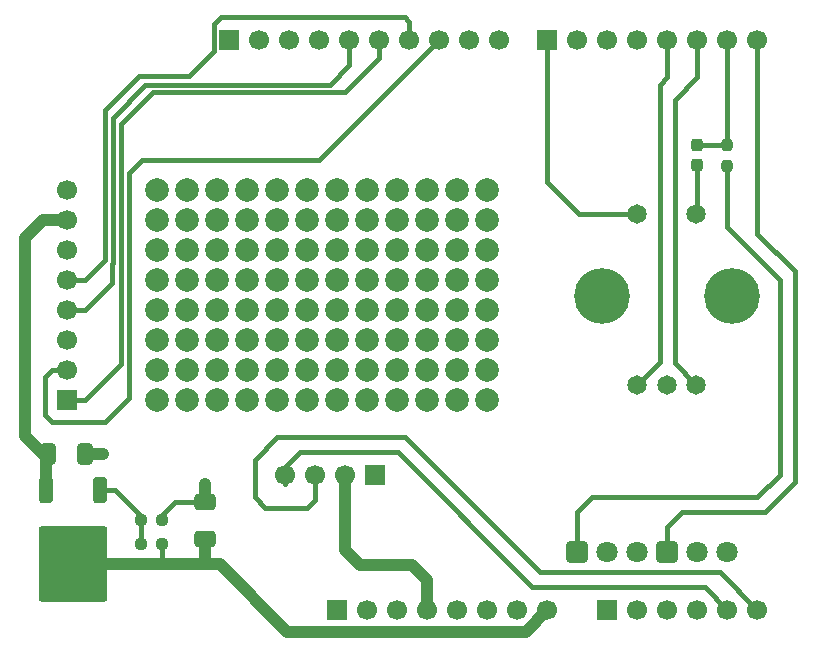
<source format=gbr>
%TF.GenerationSoftware,KiCad,Pcbnew,9.0.6*%
%TF.CreationDate,2025-10-31T21:19:26+09:00*%
%TF.ProjectId,LogAttSheild,4c6f6741-7474-4536-9865-696c642e6b69,rev?*%
%TF.SameCoordinates,Original*%
%TF.FileFunction,Copper,L1,Top*%
%TF.FilePolarity,Positive*%
%FSLAX46Y46*%
G04 Gerber Fmt 4.6, Leading zero omitted, Abs format (unit mm)*
G04 Created by KiCad (PCBNEW 9.0.6) date 2025-10-31 21:19:26*
%MOMM*%
%LPD*%
G01*
G04 APERTURE LIST*
G04 Aperture macros list*
%AMRoundRect*
0 Rectangle with rounded corners*
0 $1 Rounding radius*
0 $2 $3 $4 $5 $6 $7 $8 $9 X,Y pos of 4 corners*
0 Add a 4 corners polygon primitive as box body*
4,1,4,$2,$3,$4,$5,$6,$7,$8,$9,$2,$3,0*
0 Add four circle primitives for the rounded corners*
1,1,$1+$1,$2,$3*
1,1,$1+$1,$4,$5*
1,1,$1+$1,$6,$7*
1,1,$1+$1,$8,$9*
0 Add four rect primitives between the rounded corners*
20,1,$1+$1,$2,$3,$4,$5,0*
20,1,$1+$1,$4,$5,$6,$7,0*
20,1,$1+$1,$6,$7,$8,$9,0*
20,1,$1+$1,$8,$9,$2,$3,0*%
G04 Aperture macros list end*
%TA.AperFunction,SMDPad,CuDef*%
%ADD10RoundRect,0.237500X-0.250000X-0.237500X0.250000X-0.237500X0.250000X0.237500X-0.250000X0.237500X0*%
%TD*%
%TA.AperFunction,SMDPad,CuDef*%
%ADD11RoundRect,0.237500X0.250000X0.237500X-0.250000X0.237500X-0.250000X-0.237500X0.250000X-0.237500X0*%
%TD*%
%TA.AperFunction,SMDPad,CuDef*%
%ADD12RoundRect,0.250000X0.650000X-0.412500X0.650000X0.412500X-0.650000X0.412500X-0.650000X-0.412500X0*%
%TD*%
%TA.AperFunction,SMDPad,CuDef*%
%ADD13RoundRect,0.250000X-0.412500X-0.650000X0.412500X-0.650000X0.412500X0.650000X-0.412500X0.650000X0*%
%TD*%
%TA.AperFunction,ComponentPad*%
%ADD14C,1.700000*%
%TD*%
%TA.AperFunction,ComponentPad*%
%ADD15R,1.700000X1.700000*%
%TD*%
%TA.AperFunction,SMDPad,CuDef*%
%ADD16RoundRect,0.250000X-0.350000X0.850000X-0.350000X-0.850000X0.350000X-0.850000X0.350000X0.850000X0*%
%TD*%
%TA.AperFunction,SMDPad,CuDef*%
%ADD17RoundRect,0.249997X-2.650003X2.950003X-2.650003X-2.950003X2.650003X-2.950003X2.650003X2.950003X0*%
%TD*%
%TA.AperFunction,ComponentPad*%
%ADD18C,2.000000*%
%TD*%
%TA.AperFunction,ComponentPad*%
%ADD19RoundRect,0.248400X-0.651600X-0.651600X0.651600X-0.651600X0.651600X0.651600X-0.651600X0.651600X0*%
%TD*%
%TA.AperFunction,ComponentPad*%
%ADD20C,1.800000*%
%TD*%
%TA.AperFunction,SMDPad,CuDef*%
%ADD21RoundRect,0.237500X-0.237500X0.300000X-0.237500X-0.300000X0.237500X-0.300000X0.237500X0.300000X0*%
%TD*%
%TA.AperFunction,SMDPad,CuDef*%
%ADD22RoundRect,0.237500X0.237500X-0.250000X0.237500X0.250000X-0.237500X0.250000X-0.237500X-0.250000X0*%
%TD*%
%TA.AperFunction,ComponentPad*%
%ADD23C,1.650000*%
%TD*%
%TA.AperFunction,ComponentPad*%
%ADD24C,4.708000*%
%TD*%
%TA.AperFunction,ViaPad*%
%ADD25C,0.800000*%
%TD*%
%TA.AperFunction,Conductor*%
%ADD26C,0.400000*%
%TD*%
%TA.AperFunction,Conductor*%
%ADD27C,1.000000*%
%TD*%
G04 APERTURE END LIST*
D10*
%TO.P,R3,1*%
%TO.N,Net-(U4-ADJ)*%
X111279500Y-91872000D03*
%TO.P,R3,2*%
%TO.N,/Vin*%
X113104500Y-91872000D03*
%TD*%
D11*
%TO.P,R2,1*%
%TO.N,GND*%
X113104500Y-89840000D03*
%TO.P,R2,2*%
%TO.N,Net-(U4-ADJ)*%
X111279500Y-89840000D03*
%TD*%
D12*
%TO.P,C3,1*%
%TO.N,/Vin*%
X116764000Y-91441000D03*
%TO.P,C3,2*%
%TO.N,GND*%
X116764000Y-88316000D03*
%TD*%
D13*
%TO.P,C2,2*%
%TO.N,GND*%
X106604000Y-84252000D03*
%TO.P,C2,1*%
%TO.N,/VCOIL*%
X103479000Y-84252000D03*
%TD*%
D14*
%TO.P,J5,8,Pin_8*%
%TO.N,unconnected-(J5-Pin_8-Pad8)*%
X105080000Y-61899999D03*
%TO.P,J5,7,Pin_7*%
%TO.N,/VCOIL*%
X105080000Y-64440000D03*
%TO.P,J5,6,Pin_6*%
%TO.N,+5V*%
X105080000Y-66980000D03*
%TO.P,J5,5,Pin_5*%
%TO.N,/COPI*%
X105080000Y-69520000D03*
%TO.P,J5,4,Pin_4*%
%TO.N,/13*%
X105080000Y-72060000D03*
%TO.P,J5,3,Pin_3*%
%TO.N,GND*%
X105080000Y-74600001D03*
%TO.P,J5,2,Pin_2*%
%TO.N,/SS*%
X105080000Y-77140000D03*
D15*
%TO.P,J5,1,Pin_1*%
%TO.N,/12*%
X105080000Y-79680000D03*
%TD*%
D16*
%TO.P,U4,1,ADJ*%
%TO.N,Net-(U4-ADJ)*%
X107867000Y-87300000D03*
D17*
%TO.P,U4,2,VO*%
%TO.N,/Vin*%
X105587000Y-93600001D03*
D16*
%TO.P,U4,3,VI*%
%TO.N,/VCOIL*%
X103307000Y-87300000D03*
%TD*%
D18*
%TO.P,REF\u002A\u002A,16*%
%TO.N,N/C*%
X140640000Y-79680000D03*
%TO.P,REF\u002A\u002A,15*%
X138100000Y-79680000D03*
%TO.P,REF\u002A\u002A,14*%
X135560000Y-79680000D03*
%TO.P,REF\u002A\u002A,13*%
X133020000Y-79680000D03*
%TO.P,REF\u002A\u002A,12*%
X140640000Y-77140000D03*
%TO.P,REF\u002A\u002A,11*%
X138100000Y-77140000D03*
%TO.P,REF\u002A\u002A,10*%
X135560000Y-77140000D03*
%TO.P,REF\u002A\u002A,9*%
X133020000Y-77140000D03*
%TO.P,REF\u002A\u002A,8*%
X140640000Y-74600000D03*
%TO.P,REF\u002A\u002A,7*%
X138100000Y-74600000D03*
%TO.P,REF\u002A\u002A,6*%
X135560000Y-74600000D03*
%TO.P,REF\u002A\u002A,5*%
X133020000Y-74600000D03*
%TO.P,REF\u002A\u002A,4*%
X140640000Y-72060000D03*
%TO.P,REF\u002A\u002A,3*%
X138100000Y-72060000D03*
%TO.P,REF\u002A\u002A,2*%
X135560000Y-72060000D03*
%TO.P,REF\u002A\u002A,1*%
X133020000Y-72060000D03*
%TD*%
%TO.P,REF\u002A\u002A,16*%
%TO.N,N/C*%
X140640000Y-69520000D03*
%TO.P,REF\u002A\u002A,15*%
X138100000Y-69520000D03*
%TO.P,REF\u002A\u002A,14*%
X135560000Y-69520000D03*
%TO.P,REF\u002A\u002A,13*%
X133020000Y-69520000D03*
%TO.P,REF\u002A\u002A,12*%
X140640000Y-66980000D03*
%TO.P,REF\u002A\u002A,11*%
X138100000Y-66980000D03*
%TO.P,REF\u002A\u002A,10*%
X135560000Y-66980000D03*
%TO.P,REF\u002A\u002A,9*%
X133020000Y-66980000D03*
%TO.P,REF\u002A\u002A,8*%
X140640000Y-64440000D03*
%TO.P,REF\u002A\u002A,7*%
X138100000Y-64440000D03*
%TO.P,REF\u002A\u002A,6*%
X135560000Y-64440000D03*
%TO.P,REF\u002A\u002A,5*%
X133020000Y-64440000D03*
%TO.P,REF\u002A\u002A,4*%
X140640000Y-61900000D03*
%TO.P,REF\u002A\u002A,3*%
X138100000Y-61900000D03*
%TO.P,REF\u002A\u002A,2*%
X135560000Y-61900000D03*
%TO.P,REF\u002A\u002A,1*%
X133020000Y-61900000D03*
%TD*%
%TO.P,REF\u002A\u002A,16*%
%TO.N,N/C*%
X130480000Y-79680000D03*
%TO.P,REF\u002A\u002A,15*%
X127940000Y-79680000D03*
%TO.P,REF\u002A\u002A,14*%
X125400000Y-79680000D03*
%TO.P,REF\u002A\u002A,13*%
X122860000Y-79680000D03*
%TO.P,REF\u002A\u002A,12*%
X130480000Y-77140000D03*
%TO.P,REF\u002A\u002A,11*%
X127940000Y-77140000D03*
%TO.P,REF\u002A\u002A,10*%
X125400000Y-77140000D03*
%TO.P,REF\u002A\u002A,9*%
X122860000Y-77140000D03*
%TO.P,REF\u002A\u002A,8*%
X130480000Y-74600000D03*
%TO.P,REF\u002A\u002A,7*%
X127940000Y-74600000D03*
%TO.P,REF\u002A\u002A,6*%
X125400000Y-74600000D03*
%TO.P,REF\u002A\u002A,5*%
X122860000Y-74600000D03*
%TO.P,REF\u002A\u002A,4*%
X130480000Y-72060000D03*
%TO.P,REF\u002A\u002A,3*%
X127940000Y-72060000D03*
%TO.P,REF\u002A\u002A,2*%
X125400000Y-72060000D03*
%TO.P,REF\u002A\u002A,1*%
X122860000Y-72060000D03*
%TD*%
%TO.P,REF\u002A\u002A,16*%
%TO.N,N/C*%
X130480000Y-69520000D03*
%TO.P,REF\u002A\u002A,15*%
X127940000Y-69520000D03*
%TO.P,REF\u002A\u002A,14*%
X125400000Y-69520000D03*
%TO.P,REF\u002A\u002A,13*%
X122860000Y-69520000D03*
%TO.P,REF\u002A\u002A,12*%
X130480000Y-66980000D03*
%TO.P,REF\u002A\u002A,11*%
X127940000Y-66980000D03*
%TO.P,REF\u002A\u002A,10*%
X125400000Y-66980000D03*
%TO.P,REF\u002A\u002A,9*%
X122860000Y-66980000D03*
%TO.P,REF\u002A\u002A,8*%
X130480000Y-64440000D03*
%TO.P,REF\u002A\u002A,7*%
X127940000Y-64440000D03*
%TO.P,REF\u002A\u002A,6*%
X125400000Y-64440000D03*
%TO.P,REF\u002A\u002A,5*%
X122860000Y-64440000D03*
%TO.P,REF\u002A\u002A,4*%
X130480000Y-61900000D03*
%TO.P,REF\u002A\u002A,3*%
X127940000Y-61900000D03*
%TO.P,REF\u002A\u002A,2*%
X125400000Y-61900000D03*
%TO.P,REF\u002A\u002A,1*%
X122860000Y-61900000D03*
%TD*%
%TO.P,REF\u002A\u002A,16*%
%TO.N,N/C*%
X120320000Y-79680000D03*
%TO.P,REF\u002A\u002A,15*%
X117780000Y-79680000D03*
%TO.P,REF\u002A\u002A,14*%
X115240000Y-79680000D03*
%TO.P,REF\u002A\u002A,13*%
X112700000Y-79680000D03*
%TO.P,REF\u002A\u002A,12*%
X120320000Y-77140000D03*
%TO.P,REF\u002A\u002A,11*%
X117780000Y-77140000D03*
%TO.P,REF\u002A\u002A,10*%
X115240000Y-77140000D03*
%TO.P,REF\u002A\u002A,9*%
X112700000Y-77140000D03*
%TO.P,REF\u002A\u002A,8*%
X120320000Y-74600000D03*
%TO.P,REF\u002A\u002A,7*%
X117780000Y-74600000D03*
%TO.P,REF\u002A\u002A,6*%
X115240000Y-74600000D03*
%TO.P,REF\u002A\u002A,5*%
X112700000Y-74600000D03*
%TO.P,REF\u002A\u002A,4*%
X120320000Y-72060000D03*
%TO.P,REF\u002A\u002A,3*%
X117780000Y-72060000D03*
%TO.P,REF\u002A\u002A,2*%
X115240000Y-72060000D03*
%TO.P,REF\u002A\u002A,1*%
X112700000Y-72060000D03*
%TD*%
%TO.P,REF\u002A\u002A,16*%
%TO.N,N/C*%
X120320000Y-69520000D03*
%TO.P,REF\u002A\u002A,15*%
X117780000Y-69520000D03*
%TO.P,REF\u002A\u002A,14*%
X115240000Y-69520000D03*
%TO.P,REF\u002A\u002A,13*%
X112700000Y-69520000D03*
%TO.P,REF\u002A\u002A,12*%
X120320000Y-66980000D03*
%TO.P,REF\u002A\u002A,11*%
X117780000Y-66980000D03*
%TO.P,REF\u002A\u002A,10*%
X115240000Y-66980000D03*
%TO.P,REF\u002A\u002A,9*%
X112700000Y-66980000D03*
%TO.P,REF\u002A\u002A,8*%
X120320000Y-64440000D03*
%TO.P,REF\u002A\u002A,7*%
X117780000Y-64440000D03*
%TO.P,REF\u002A\u002A,6*%
X115240000Y-64440000D03*
%TO.P,REF\u002A\u002A,5*%
X112700000Y-64440000D03*
%TO.P,REF\u002A\u002A,4*%
X120320000Y-61900000D03*
%TO.P,REF\u002A\u002A,3*%
X117780000Y-61900000D03*
%TO.P,REF\u002A\u002A,2*%
X115240000Y-61900000D03*
%TO.P,REF\u002A\u002A,1*%
X112700000Y-61900000D03*
%TD*%
D14*
%TO.P,U3,4,Pin_4*%
%TO.N,/A4*%
X123505000Y-86030000D03*
%TO.P,U3,3,Pin_3*%
%TO.N,/A5*%
X126045000Y-86030000D03*
%TO.P,U3,2,Pin_2*%
%TO.N,+3.3V*%
X128585000Y-86030000D03*
D15*
%TO.P,U3,1,Pin_1*%
%TO.N,GND*%
X131125000Y-86030000D03*
%TD*%
%TO.P,J3,1,Pin_1*%
%TO.N,/A0*%
X150800000Y-97460000D03*
D14*
%TO.P,J3,2,Pin_2*%
%TO.N,/A1*%
X153340000Y-97460000D03*
%TO.P,J3,3,Pin_3*%
%TO.N,/A2*%
X155880000Y-97460000D03*
%TO.P,J3,4,Pin_4*%
%TO.N,/A3*%
X158420000Y-97460000D03*
%TO.P,J3,5,Pin_5*%
%TO.N,/A4*%
X160960000Y-97460000D03*
%TO.P,J3,6,Pin_6*%
%TO.N,/A5*%
X163500000Y-97460000D03*
%TD*%
D19*
%TO.P,U2,1,OUT*%
%TO.N,Net-(U2-OUT)*%
X148260000Y-92537500D03*
D20*
%TO.P,U2,2,GND*%
%TO.N,GND*%
X150800000Y-92537500D03*
%TO.P,U2,3,Vs*%
%TO.N,+5V*%
X153340000Y-92537500D03*
%TD*%
D19*
%TO.P,U1,1,OUT*%
%TO.N,/0*%
X155880000Y-92537500D03*
D20*
%TO.P,U1,2,GND*%
%TO.N,GND*%
X158420000Y-92537500D03*
%TO.P,U1,3,Vs*%
%TO.N,+5V*%
X160960000Y-92537500D03*
%TD*%
D15*
%TO.P,J1,1,Pin_1*%
%TO.N,unconnected-(J1-Pin_1-Pad1)*%
X127940000Y-97460000D03*
D14*
%TO.P,J1,2,Pin_2*%
%TO.N,/IOREF*%
X130480000Y-97460000D03*
%TO.P,J1,3,Pin_3*%
%TO.N,/~{RESET}*%
X133020000Y-97460000D03*
%TO.P,J1,4,Pin_4*%
%TO.N,+3.3V*%
X135560000Y-97460000D03*
%TO.P,J1,5,Pin_5*%
%TO.N,+5V*%
X138100000Y-97460000D03*
%TO.P,J1,6,Pin_6*%
%TO.N,GND*%
X140640000Y-97460000D03*
%TO.P,J1,7,Pin_7*%
X143180000Y-97460000D03*
%TO.P,J1,8,Pin_8*%
%TO.N,/Vin*%
X145720000Y-97460000D03*
%TD*%
D15*
%TO.P,J2,1,Pin_1*%
%TO.N,/SCL*%
X118796000Y-49200000D03*
D14*
%TO.P,J2,2,Pin_2*%
%TO.N,/SDA*%
X121336000Y-49200000D03*
%TO.P,J2,3,Pin_3*%
%TO.N,/AREF*%
X123876000Y-49200000D03*
%TO.P,J2,4,Pin_4*%
%TO.N,GND*%
X126416000Y-49200000D03*
%TO.P,J2,5,Pin_5*%
%TO.N,/13*%
X128956000Y-49200000D03*
%TO.P,J2,6,Pin_6*%
%TO.N,/12*%
X131496000Y-49200000D03*
%TO.P,J2,7,Pin_7*%
%TO.N,/COPI*%
X134036000Y-49200000D03*
%TO.P,J2,8,Pin_8*%
%TO.N,/SS*%
X136576000Y-49200000D03*
%TO.P,J2,9,Pin_9*%
%TO.N,/~9*%
X139116000Y-49200000D03*
%TO.P,J2,10,Pin_10*%
%TO.N,/8*%
X141656000Y-49200000D03*
%TD*%
D15*
%TO.P,J4,1,Pin_1*%
%TO.N,/7*%
X145720000Y-49200000D03*
D14*
%TO.P,J4,2,Pin_2*%
%TO.N,/\u002A6*%
X148260000Y-49200000D03*
%TO.P,J4,3,Pin_3*%
%TO.N,/\u002A5*%
X150800000Y-49200000D03*
%TO.P,J4,4,Pin_4*%
%TO.N,/4*%
X153340000Y-49200000D03*
%TO.P,J4,5,Pin_5*%
%TO.N,/\u002A3*%
X155880000Y-49200000D03*
%TO.P,J4,6,Pin_6*%
%TO.N,/2*%
X158420000Y-49200000D03*
%TO.P,J4,7,Pin_7*%
%TO.N,/1*%
X160960000Y-49200000D03*
%TO.P,J4,8,Pin_8*%
%TO.N,/0*%
X163500000Y-49200000D03*
%TD*%
D21*
%TO.P,C1,1*%
%TO.N,/1*%
X158420000Y-58090001D03*
%TO.P,C1,2*%
%TO.N,GND*%
X158420000Y-59815001D03*
%TD*%
D22*
%TO.P,R1,1*%
%TO.N,Net-(U2-OUT)*%
X160960000Y-59915000D03*
%TO.P,R1,2*%
%TO.N,/1*%
X160960000Y-58090000D03*
%TD*%
D23*
%TO.P,SW1,A1,A*%
%TO.N,/\u002A3*%
X153340000Y-78410000D03*
%TO.P,SW1,B1,B*%
%TO.N,/2*%
X158340000Y-78410000D03*
%TO.P,SW1,C1,C*%
%TO.N,GND*%
X155840000Y-78410000D03*
%TO.P,SW1,D1,S1*%
%TO.N,/7*%
X153340000Y-63910000D03*
%TO.P,SW1,D2,S2*%
%TO.N,GND*%
X158340000Y-63910000D03*
D24*
%TO.P,SW1,MH1*%
%TO.N,N/C*%
X150340000Y-70910000D03*
%TO.P,SW1,MH2*%
X161340000Y-70910000D03*
%TD*%
D25*
%TO.N,GND*%
X108128000Y-84252000D03*
X116764000Y-86792000D03*
%TD*%
D26*
%TO.N,/COPI*%
X106604000Y-69520000D02*
X105080000Y-69520000D01*
X108255000Y-67869000D02*
X106604000Y-69520000D01*
X108255000Y-55169000D02*
X108255000Y-67869000D01*
X111176000Y-52248000D02*
X108255000Y-55169000D01*
X115367000Y-52248000D02*
X111176000Y-52248000D01*
X133655000Y-47295000D02*
X118099000Y-47295000D01*
X118099000Y-47295000D02*
X117495000Y-47899000D01*
X134036000Y-47676000D02*
X133655000Y-47295000D01*
X134036000Y-49200000D02*
X134036000Y-47676000D01*
X117495000Y-47899000D02*
X117495000Y-50120000D01*
X117495000Y-50120000D02*
X115367000Y-52248000D01*
%TO.N,/13*%
X106604000Y-72060000D02*
X105080000Y-72060000D01*
X108890000Y-68154654D02*
X108890000Y-69774000D01*
X111684000Y-53010000D02*
X108906000Y-55788000D01*
X127305000Y-53010000D02*
X111684000Y-53010000D01*
X108906000Y-68138653D02*
X108890000Y-68154654D01*
X108890000Y-69774000D02*
X106604000Y-72060000D01*
X128956000Y-51359000D02*
X127305000Y-53010000D01*
X108906000Y-55788000D02*
X108906000Y-68138653D01*
X128956000Y-49200000D02*
X128956000Y-51359000D01*
%TO.N,/SS*%
X103810000Y-77140000D02*
X105080000Y-77140000D01*
X103175000Y-77775000D02*
X103810000Y-77140000D01*
X108255000Y-81585000D02*
X103810000Y-81585000D01*
X110303000Y-79537000D02*
X108255000Y-81585000D01*
X110303000Y-60487000D02*
X110303000Y-79537000D01*
X111430000Y-59360000D02*
X110303000Y-60487000D01*
X126416000Y-59360000D02*
X111430000Y-59360000D01*
X103175000Y-80950000D02*
X103175000Y-77775000D01*
X136576000Y-49200000D02*
X126416000Y-59360000D01*
X103810000Y-81585000D02*
X103175000Y-80950000D01*
%TO.N,/12*%
X131496000Y-50724000D02*
X131496000Y-49200000D01*
X128575000Y-53645000D02*
X131496000Y-50724000D01*
X112303000Y-53661000D02*
X127574654Y-53661000D01*
X106604000Y-79680000D02*
X109652000Y-76632000D01*
X127574654Y-53661000D02*
X127590653Y-53645000D01*
X127590653Y-53645000D02*
X128575000Y-53645000D01*
X109652000Y-56312000D02*
X112303000Y-53661000D01*
X109652000Y-76632000D02*
X109652000Y-56312000D01*
X105080000Y-79680000D02*
X106604000Y-79680000D01*
D27*
%TO.N,GND*%
X116764000Y-88316000D02*
X116764000Y-86792000D01*
X108128000Y-84252000D02*
X106604000Y-84252000D01*
%TO.N,/VCOIL*%
X103307000Y-84424000D02*
X103307000Y-87300000D01*
X103479000Y-84252000D02*
X103307000Y-84424000D01*
X101524000Y-65964000D02*
X101524000Y-82728000D01*
X101524000Y-82728000D02*
X103048000Y-84252000D01*
X103048000Y-64440000D02*
X101524000Y-65964000D01*
X103048000Y-84252000D02*
X103479000Y-84252000D01*
X105080000Y-64440000D02*
X103048000Y-64440000D01*
D26*
%TO.N,Net-(U4-ADJ)*%
X111279500Y-89840000D02*
X111279500Y-91872000D01*
%TO.N,/Vin*%
X113104500Y-91872000D02*
X113104500Y-93496501D01*
D27*
X113208000Y-93600001D02*
X116764000Y-93600001D01*
D26*
X113104500Y-93496501D02*
X113208000Y-93600001D01*
%TO.N,Net-(U4-ADJ)*%
X111176000Y-89736500D02*
X111279500Y-89840000D01*
X111176000Y-89332000D02*
X111176000Y-89736500D01*
%TO.N,GND*%
X114224000Y-88316000D02*
X116764000Y-88316000D01*
%TO.N,Net-(U4-ADJ)*%
X107867000Y-87300000D02*
X109144000Y-87300000D01*
%TO.N,GND*%
X113104500Y-89840000D02*
X113001000Y-89736500D01*
%TO.N,Net-(U4-ADJ)*%
X109144000Y-87300000D02*
X111176000Y-89332000D01*
%TO.N,GND*%
X113001000Y-89736500D02*
X113001000Y-89539000D01*
X113001000Y-89539000D02*
X114224000Y-88316000D01*
%TO.N,/A5*%
X126045000Y-88179000D02*
X126045000Y-86810000D01*
X125400000Y-88824000D02*
X126045000Y-88179000D01*
X121844000Y-88824000D02*
X125400000Y-88824000D01*
X120955000Y-87935000D02*
X121844000Y-88824000D01*
X133655000Y-82855000D02*
X122860000Y-82855000D01*
X120955000Y-84760000D02*
X120955000Y-87935000D01*
X160325000Y-94285000D02*
X145085000Y-94285000D01*
X122860000Y-82855000D02*
X120955000Y-84760000D01*
X163500000Y-97460000D02*
X160325000Y-94285000D01*
X145085000Y-94285000D02*
X133655000Y-82855000D01*
D27*
%TO.N,/Vin*%
X116764000Y-91441000D02*
X116764000Y-93600001D01*
X116764000Y-93600001D02*
X117984001Y-93600001D01*
X143881000Y-99299000D02*
X145720000Y-97460000D01*
X117984001Y-93600001D02*
X123683000Y-99299000D01*
X105587000Y-93600001D02*
X113208000Y-93600001D01*
X123683000Y-99299000D02*
X143881000Y-99299000D01*
D26*
%TO.N,/2*%
X156515000Y-76585000D02*
X158340000Y-78410000D01*
X156515000Y-54280000D02*
X156515000Y-76585000D01*
X158420000Y-49200000D02*
X158420000Y-52375000D01*
X158420000Y-52375000D02*
X156515000Y-54280000D01*
%TO.N,/\u002A3*%
X155245000Y-53010000D02*
X155880000Y-52375000D01*
X155880000Y-52375000D02*
X155880000Y-49200000D01*
X155245000Y-76505000D02*
X155245000Y-53010000D01*
X153340000Y-78410000D02*
X155245000Y-76505000D01*
%TO.N,/7*%
X148365000Y-63910000D02*
X153340000Y-63910000D01*
X145720000Y-61265000D02*
X148365000Y-63910000D01*
X145720000Y-49200000D02*
X145720000Y-61265000D01*
%TO.N,/0*%
X166675000Y-86665000D02*
X166675000Y-68780782D01*
X166675000Y-68780782D02*
X163500000Y-65605782D01*
X164135000Y-89205000D02*
X166675000Y-86665000D01*
X155880000Y-90475000D02*
X157150000Y-89205000D01*
X157150000Y-89205000D02*
X164135000Y-89205000D01*
X163500000Y-65605782D02*
X163500000Y-49200000D01*
X155880000Y-92537500D02*
X155880000Y-90475000D01*
%TO.N,Net-(U2-OUT)*%
X148260000Y-89205000D02*
X148260000Y-92537500D01*
X163500000Y-87935000D02*
X149530000Y-87935000D01*
X149530000Y-87935000D02*
X148260000Y-89205000D01*
X165405000Y-86030000D02*
X163500000Y-87935000D01*
X160960000Y-65075000D02*
X165405000Y-69520000D01*
X160960000Y-59915000D02*
X160960000Y-65075000D01*
X165405000Y-69520000D02*
X165405000Y-86030000D01*
%TO.N,GND*%
X158420000Y-59815002D02*
X158420000Y-63830000D01*
X158420000Y-63830000D02*
X158340000Y-63910000D01*
%TO.N,/1*%
X160960000Y-58090000D02*
X158420000Y-58090000D01*
X160960000Y-49200000D02*
X160960000Y-58090000D01*
%TO.N,/A4*%
X133036000Y-84141000D02*
X124749000Y-84141000D01*
X160960000Y-97460000D02*
X159055000Y-95555000D01*
X123505000Y-85385000D02*
X123505000Y-86810000D01*
X159055000Y-95555000D02*
X144450000Y-95555000D01*
X144450000Y-95555000D02*
X133036000Y-84141000D01*
X124749000Y-84141000D02*
X123505000Y-85385000D01*
D27*
%TO.N,+3.3V*%
X135560000Y-97460000D02*
X135560000Y-94920000D01*
X129845000Y-93650000D02*
X128585000Y-92390000D01*
X134290000Y-93650000D02*
X129845000Y-93650000D01*
X128585000Y-92390000D02*
X128585000Y-86810000D01*
X135560000Y-94920000D02*
X134290000Y-93650000D01*
%TD*%
M02*

</source>
